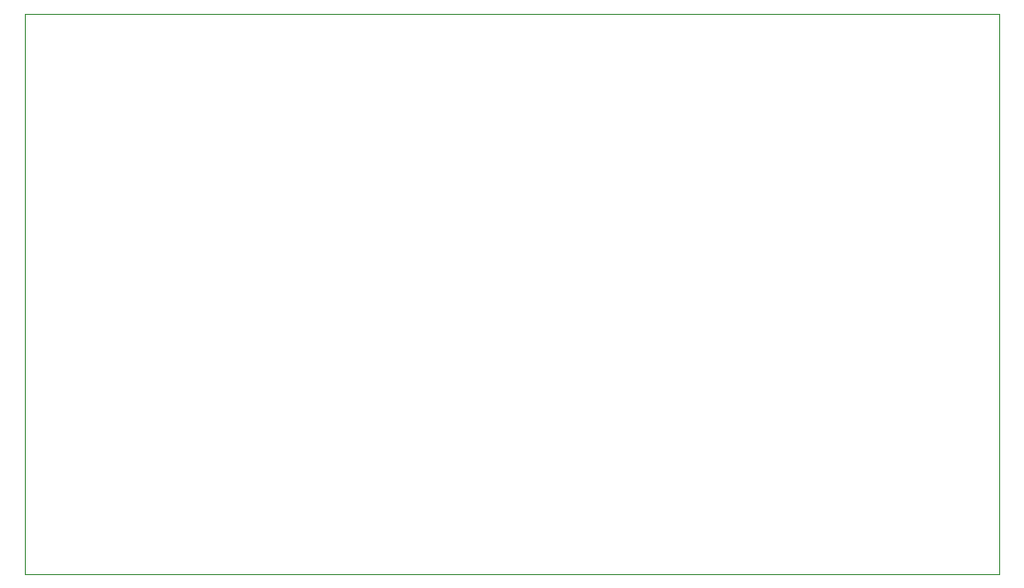
<source format=gbr>
%TF.GenerationSoftware,KiCad,Pcbnew,9.0.1*%
%TF.CreationDate,2025-11-16T17:30:07-08:00*%
%TF.ProjectId,Si-LTC7800-Alternate,53692d4c-5443-4373-9830-302d416c7465,rev?*%
%TF.SameCoordinates,Original*%
%TF.FileFunction,Profile,NP*%
%FSLAX46Y46*%
G04 Gerber Fmt 4.6, Leading zero omitted, Abs format (unit mm)*
G04 Created by KiCad (PCBNEW 9.0.1) date 2025-11-16 17:30:07*
%MOMM*%
%LPD*%
G01*
G04 APERTURE LIST*
%TA.AperFunction,Profile*%
%ADD10C,0.050000*%
%TD*%
G04 APERTURE END LIST*
D10*
X110377673Y-114099999D02*
X193451725Y-114099999D01*
X193451725Y-161899999D01*
X110377673Y-161899999D01*
X110377673Y-114099999D01*
M02*

</source>
